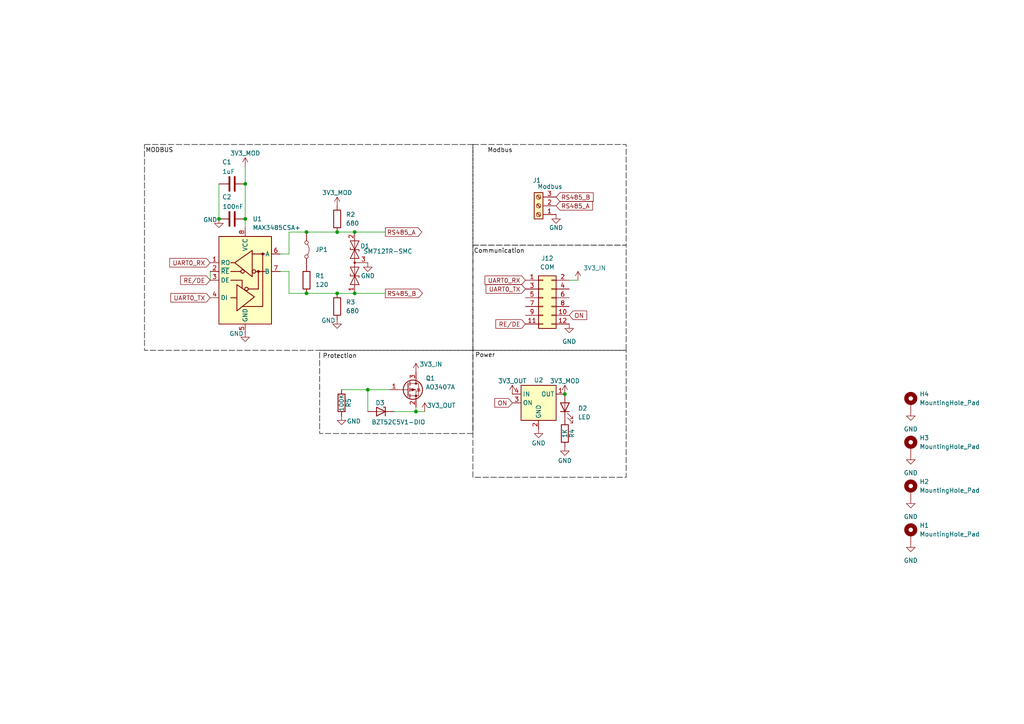
<source format=kicad_sch>
(kicad_sch (version 20250114) (generator "eeschema") (generator_version "9.0")
  (paper "A4")
  (title_block (title "Modbus_Board") (date "2025-10-26") (rev "1.0") (company "PKl"))
  (lib_symbols
    (symbol "Connector:Screw_Terminal_01x03" (pin_names (offset 1.016) (hide yes))
      (property "Reference" "J" (at 0 5.08 0))
      (property "Value" "Screw_Terminal_01x03" (at 0 -5.08 0))
      (symbol "Screw_Terminal_01x03_1_1"
        (rectangle (start -1.27 3.81) (end 1.27 -3.81) (stroke (width 0.254)) (fill (type background)))
        (polyline (pts (xy -0.5334 2.8702) (xy 0.3302 2.032)) (stroke (width 0.1524)))
        (polyline (pts (xy -0.5334 0.3302) (xy 0.3302 -0.508)) (stroke (width 0.1524)))
        (polyline (pts (xy -0.5334 -2.2098) (xy 0.3302 -3.048)) (stroke (width 0.1524)))
        (polyline (pts (xy -0.3556 3.048) (xy 0.508 2.2098)) (stroke (width 0.1524)))
        (polyline (pts (xy -0.3556 0.508) (xy 0.508 -0.3302)) (stroke (width 0.1524)))
        (polyline (pts (xy -0.3556 -2.032) (xy 0.508 -2.8702)) (stroke (width 0.1524)))
        (circle (center 0 2.54) (radius 0.635) (stroke (width 0.1524)))
        (circle (center 0 0) (radius 0.635) (stroke (width 0.1524)))
        (circle (center 0 -2.54) (radius 0.635) (stroke (width 0.1524)))
        (pin passive line (at -5.08 2.54 0) (length 3.81) (name "Pin_1") (number "1"))
        (pin passive line (at -5.08 0 0) (length 3.81) (name "Pin_2") (number "2"))
        (pin passive line (at -5.08 -2.54 0) (length 3.81) (name "Pin_3") (number "3"))
      )
    )
    (symbol "Connector_Generic:Conn_02x06_Odd_Even" (pin_names (offset 1.016) (hide yes))
      (property "Reference" "J" (at 1.27 7.62 0))
      (property "Value" "Conn_02x06_Odd_Even" (at 1.27 -10.16 0))
      (symbol "Conn_02x06_Odd_Even_1_1"
        (rectangle (start -1.27 6.35) (end 3.81 -8.89) (stroke (width 0.254)) (fill (type background)))
        (rectangle (start -1.27 5.207) (end 0 4.953) (stroke (width 0.1524)))
        (rectangle (start -1.27 2.667) (end 0 2.413) (stroke (width 0.1524)))
        (rectangle (start -1.27 0.127) (end 0 -0.127) (stroke (width 0.1524)))
        (rectangle (start -1.27 -2.413) (end 0 -2.667) (stroke (width 0.1524)))
        (rectangle (start -1.27 -4.953) (end 0 -5.207) (stroke (width 0.1524)))
        (rectangle (start -1.27 -7.493) (end 0 -7.747) (stroke (width 0.1524)))
        (rectangle (start 3.81 5.207) (end 2.54 4.953) (stroke (width 0.1524)))
        (rectangle (start 3.81 2.667) (end 2.54 2.413) (stroke (width 0.1524)))
        (rectangle (start 3.81 0.127) (end 2.54 -0.127) (stroke (width 0.1524)))
        (rectangle (start 3.81 -2.413) (end 2.54 -2.667) (stroke (width 0.1524)))
        (rectangle (start 3.81 -4.953) (end 2.54 -5.207) (stroke (width 0.1524)))
        (rectangle (start 3.81 -7.493) (end 2.54 -7.747) (stroke (width 0.1524)))
        (pin passive line (at -5.08 5.08 0) (length 3.81) (name "Pin_1") (number "1"))
        (pin passive line (at -5.08 2.54 0) (length 3.81) (name "Pin_3") (number "3"))
        (pin passive line (at -5.08 0 0) (length 3.81) (name "Pin_5") (number "5"))
        (pin passive line (at -5.08 -2.54 0) (length 3.81) (name "Pin_7") (number "7"))
        (pin passive line (at -5.08 -5.08 0) (length 3.81) (name "Pin_9") (number "9"))
        (pin passive line (at -5.08 -7.62 0) (length 3.81) (name "Pin_11") (number "11"))
        (pin passive line (at 7.62 5.08 180) (length 3.81) (name "Pin_2") (number "2"))
        (pin passive line (at 7.62 2.54 180) (length 3.81) (name "Pin_4") (number "4"))
        (pin passive line (at 7.62 0 180) (length 3.81) (name "Pin_6") (number "6"))
        (pin passive line (at 7.62 -2.54 180) (length 3.81) (name "Pin_8") (number "8"))
        (pin passive line (at 7.62 -5.08 180) (length 3.81) (name "Pin_10") (number "10"))
        (pin passive line (at 7.62 -7.62 180) (length 3.81) (name "Pin_12") (number "12"))
      )
    )
    (symbol "Device:C" (pin_numbers (hide yes)) (pin_names (offset 0.254))
      (property "Reference" "C" (at 0.635 2.54 0))
      (property "Value" "C" (at 0.635 -2.54 0))
      (symbol "C_0_1"
        (polyline (pts (xy -2.032 0.762) (xy 2.032 0.762)) (stroke (width 0.508)))
        (polyline (pts (xy -2.032 -0.762) (xy 2.032 -0.762)) (stroke (width 0.508)))
      )
      (symbol "C_1_1"
        (pin passive line (at 0 3.81 270) (length 2.794) (name "~") (number "1"))
        (pin passive line (at 0 -3.81 90) (length 2.794) (name "~") (number "2"))
      )
    )
    (symbol "Device:LED" (pin_numbers (hide yes)) (pin_names (offset 1.016) (hide yes))
      (property "Reference" "D" (at 0 2.54 0))
      (property "Value" "LED" (at 0 -2.54 0))
      (symbol "LED_0_1"
        (polyline (pts (xy -3.048 -0.762) (xy -4.572 -2.286) (xy -3.81 -2.286) (xy -4.572 -2.286) (xy -4.572 -1.524)))
        (polyline (pts (xy -1.778 -0.762) (xy -3.302 -2.286) (xy -2.54 -2.286) (xy -3.302 -2.286) (xy -3.302 -1.524)))
        (polyline (pts (xy -1.27 0) (xy 1.27 0)))
        (polyline (pts (xy -1.27 -1.27) (xy -1.27 1.27)) (stroke (width 0.254)))
        (polyline (pts (xy 1.27 -1.27) (xy 1.27 1.27) (xy -1.27 0) (xy 1.27 -1.27)) (stroke (width 0.254)))
      )
      (symbol "LED_1_1"
        (pin passive line (at -3.81 0 0) (length 2.54) (name "K") (number "1"))
        (pin passive line (at 3.81 0 180) (length 2.54) (name "A") (number "2"))
      )
    )
    (symbol "Device:R" (pin_numbers (hide yes)) (pin_names (offset 0))
      (property "Reference" "R" (at 2.032 0 90))
      (property "Value" "R" (at 0 0 90))
      (symbol "R_0_1"
        (rectangle (start -1.016 -2.54) (end 1.016 2.54) (stroke (width 0.254)))
      )
      (symbol "R_1_1"
        (pin passive line (at 0 3.81 270) (length 1.27) (name "~") (number "1"))
        (pin passive line (at 0 -3.81 90) (length 1.27) (name "~") (number "2"))
      )
    )
    (symbol "Diode:BZT52Bxx" (pin_numbers (hide yes)) (pin_names (hide yes))
      (property "Reference" "D" (at 0 2.54 0))
      (property "Value" "BZT52Bxx" (at 0 -2.54 0))
      (symbol "BZT52Bxx_0_1"
        (polyline (pts (xy -1.27 -1.27) (xy -1.27 1.27) (xy -0.762 1.27)) (stroke (width 0.254)))
        (polyline (pts (xy 1.27 0) (xy -1.27 0)))
        (polyline (pts (xy 1.27 -1.27) (xy 1.27 1.27) (xy -1.27 0) (xy 1.27 -1.27)) (stroke (width 0.254)))
      )
      (symbol "BZT52Bxx_1_1"
        (pin passive line (at -3.81 0 0) (length 2.54) (name "K") (number "1"))
        (pin passive line (at 3.81 0 180) (length 2.54) (name "A") (number "2"))
      )
    )
    (symbol "Diode:SM712_SOT23" (pin_names (offset 1.016) (hide yes))
      (property "Reference" "D" (at 0 4.445 0))
      (property "Value" "SM712_SOT23" (at 0 2.54 0))
      (symbol "SM712_SOT23_0_0"
        (polyline (pts (xy 0 -1.27) (xy 0 0)))
      )
      (symbol "SM712_SOT23_0_1"
        (polyline (pts (xy -6.35 0) (xy 6.35 0)))
        (polyline (pts (xy -6.35 -1.27) (xy -1.27 1.27) (xy -1.27 -1.27) (xy -6.35 1.27) (xy -6.35 -1.27)) (stroke (width 0.2032)))
        (polyline (pts (xy -3.302 1.27) (xy -3.81 1.27) (xy -3.81 -1.27) (xy -4.318 -1.27)) (stroke (width 0.2032)))
        (circle (center 0 0) (radius 0.254) (fill (type outline)))
        (polyline (pts (xy 1.27 -1.27) (xy 1.27 1.27) (xy 6.35 -1.27) (xy 6.35 1.27) (xy 1.27 -1.27)) (stroke (width 0.2032)))
        (polyline (pts (xy 4.318 1.27) (xy 3.81 1.27) (xy 3.81 -1.27) (xy 3.302 -1.27)) (stroke (width 0.2032)))
      )
      (symbol "SM712_SOT23_1_1"
        (pin passive line (at -8.89 0 0) (length 2.54) (name "A1") (number "1"))
        (pin input line (at 0 -3.81 90) (length 2.54) (name "common") (number "3"))
        (pin passive line (at 8.89 0 180) (length 2.54) (name "A2") (number "2"))
      )
    )
    (symbol "Interface_UART:MAX3485"
      (property "Reference" "U" (at -6.985 13.97 0))
      (property "Value" "MAX3485" (at 1.905 13.97 0))
      (symbol "MAX3485_0_1"
        (rectangle (start -7.62 12.7) (end 7.62 -12.7) (stroke (width 0.254)) (fill (type background)))
        (polyline (pts (xy -4.191 2.54) (xy -1.27 2.54)) (stroke (width 0.254)))
        (polyline (pts (xy -4.191 0) (xy -0.889 0) (xy -0.889 -2.286)) (stroke (width 0.254)))
        (polyline (pts (xy -3.175 5.08) (xy -4.191 5.08) (xy -4.064 5.08)) (stroke (width 0.254)))
        (polyline (pts (xy -2.54 -5.08) (xy -4.191 -5.08)) (stroke (width 0.254)))
        (polyline (pts (xy -2.413 -5.08) (xy -2.413 -1.27) (xy 2.667 -4.826) (xy -2.413 -8.89) (xy -2.413 -5.08)) (stroke (width 0.254)))
        (polyline (pts (xy -0.635 -7.62) (xy 5.08 -7.62)) (stroke (width 0.254)))
        (circle (center 0.381 -2.54) (radius 0.508) (stroke (width 0.254)))
        (polyline (pts (xy 0.889 -2.54) (xy 3.81 -2.54)) (stroke (width 0.254)))
        (polyline (pts (xy 2.032 7.62) (xy 5.715 7.62)) (stroke (width 0.254)))
        (polyline (pts (xy 3.048 2.54) (xy 5.715 2.54)) (stroke (width 0.254)))
        (circle (center 3.81 2.54) (radius 0.2794) (stroke (width 0.254)) (fill (type outline)))
        (polyline (pts (xy 3.81 -2.54) (xy 3.81 2.54)) (stroke (width 0.254)))
        (polyline (pts (xy 5.08 -7.62) (xy 5.08 7.62)) (stroke (width 0.254)))
      )
      (symbol "MAX3485_1_1"
        (circle (center -0.762 2.54) (radius 0.508) (stroke (width 0.254)))
        (polyline (pts (xy 2.032 4.826) (xy 2.032 8.636) (xy -3.048 5.08) (xy 2.032 1.016) (xy 2.032 4.826)) (stroke (width 0.254)))
        (circle (center 2.54 2.54) (radius 0.508) (stroke (width 0.254)))
        (circle (center 5.08 7.62) (radius 0.2794) (stroke (width 0.254)) (fill (type outline)))
        (pin output line (at -10.16 5.08 0) (length 2.54) (name "RO") (number "1"))
        (pin input line (at -10.16 2.54 0) (length 2.54) (name "~{RE}") (number "2"))
        (pin input line (at -10.16 0 0) (length 2.54) (name "DE") (number "3"))
        (pin input line (at -10.16 -5.08 0) (length 2.54) (name "DI") (number "4"))
        (pin power_in line (at 0 15.24 270) (length 2.54) (name "VCC") (number "8"))
        (pin power_in line (at 0 -15.24 90) (length 2.54) (name "GND") (number "5"))
        (pin bidirectional line (at 10.16 7.62 180) (length 2.54) (name "A") (number "6"))
        (pin bidirectional line (at 10.16 2.54 180) (length 2.54) (name "B") (number "7"))
      )
    )
    (symbol "Jumper:Jumper_2_Bridged" (pin_numbers (hide yes)) (pin_names (offset 0) (hide yes))
      (property "Reference" "JP" (at 0 1.905 0))
      (property "Value" "Jumper_2_Bridged" (at 0 -2.54 0))
      (symbol "Jumper_2_Bridged_0_0"
        (circle (center -2.032 0) (radius 0.508))
        (circle (center 2.032 0) (radius 0.508))
      )
      (symbol "Jumper_2_Bridged_0_1"
        (arc (start -1.524 0.254) (mid 0 0.762) (end 1.524 0.254))
      )
      (symbol "Jumper_2_Bridged_1_1"
        (pin passive line (at -5.08 0 0) (length 2.54) (name "A") (number "1"))
        (pin passive line (at 5.08 0 180) (length 2.54) (name "B") (number "2"))
      )
    )
    (symbol "Mechanical:MountingHole_Pad" (pin_numbers (hide yes)) (pin_names (offset 1.016) (hide yes)) (in_bom no)
      (property "Reference" "H" (at 0 6.35 0))
      (property "Value" "MountingHole_Pad" (at 0 4.445 0))
      (symbol "MountingHole_Pad_0_1"
        (circle (center 0 1.27) (radius 1.27) (stroke (width 1.27)))
      )
      (symbol "MountingHole_Pad_1_1"
        (pin input line (at 0 -2.54 90) (length 2.54) (name "1") (number "1"))
      )
    )
    (symbol "Power_Management:SiP32431DR3"
      (property "Reference" "U" (at 0 8.89 0))
      (property "Value" "SiP32431DR3" (at 0 6.35 0))
      (symbol "SiP32431DR3_0_1"
        (rectangle (start -5.08 5.08) (end 5.08 -5.08) (stroke (width 0.254)) (fill (type background)))
      )
      (symbol "SiP32431DR3_1_1"
        (pin passive line (at -7.62 2.54 0) (length 2.54) (name "IN") (number "4"))
        (pin input line (at -7.62 0 0) (length 2.54) (name "ON") (number "3"))
        (pin power_in line (at 0 -7.62 90) (length 2.54) (name "GND") (number "2"))
        (pin passive line (at 0 -7.62 90) (length 2.54) (hide yes) (name "GND") (number "5"))
        (pin no_connect line (at 5.08 0 180) (length 2.54) (hide yes) (name "NC") (number "6"))
        (pin passive line (at 7.62 2.54 180) (length 2.54) (name "OUT") (number "1"))
      )
    )
    (symbol "Transistor_FET:AO3401A" (pin_names (hide yes))
      (property "Reference" "Q" (at 5.08 1.905 0))
      (property "Value" "AO3401A" (at 5.08 0 0))
      (symbol "AO3401A_0_1"
        (polyline (pts (xy 0.254 1.905) (xy 0.254 -1.905)) (stroke (width 0.254)))
        (polyline (pts (xy 0.254 0) (xy -2.54 0)))
        (polyline (pts (xy 0.762 2.286) (xy 0.762 1.27)) (stroke (width 0.254)))
        (polyline (pts (xy 0.762 1.778) (xy 3.302 1.778) (xy 3.302 -1.778) (xy 0.762 -1.778)))
        (polyline (pts (xy 0.762 0.508) (xy 0.762 -0.508)) (stroke (width 0.254)))
        (polyline (pts (xy 0.762 -1.27) (xy 0.762 -2.286)) (stroke (width 0.254)))
        (circle (center 1.651 0) (radius 2.794) (stroke (width 0.254)))
        (polyline (pts (xy 2.286 0) (xy 1.27 0.381) (xy 1.27 -0.381) (xy 2.286 0)) (fill (type outline)))
        (polyline (pts (xy 2.54 2.54) (xy 2.54 1.778)))
        (circle (center 2.54 1.778) (radius 0.254) (fill (type outline)))
        (circle (center 2.54 -1.778) (radius 0.254) (fill (type outline)))
        (polyline (pts (xy 2.54 -2.54) (xy 2.54 0) (xy 0.762 0)))
        (polyline (pts (xy 2.794 -0.508) (xy 2.921 -0.381) (xy 3.683 -0.381) (xy 3.81 -0.254)))
        (polyline (pts (xy 3.302 -0.381) (xy 2.921 0.254) (xy 3.683 0.254) (xy 3.302 -0.381)))
      )
      (symbol "AO3401A_1_1"
        (pin input line (at -5.08 0 0) (length 2.54) (name "G") (number "1"))
        (pin passive line (at 2.54 5.08 270) (length 2.54) (name "D") (number "3"))
        (pin passive line (at 2.54 -5.08 90) (length 2.54) (name "S") (number "2"))
      )
    )
    (symbol "power:+3.3V" (power) (pin_numbers (hide yes)) (pin_names (offset 0) (hide yes))
      (property "Value" "+3.3V" (at 0 3.556 0))
      (symbol "+3.3V_0_1"
        (polyline (pts (xy -0.762 1.27) (xy 0 2.54)))
        (polyline (pts (xy 0 2.54) (xy 0.762 1.27)))
        (polyline (pts (xy 0 0) (xy 0 2.54)))
      )
      (symbol "+3.3V_1_1"
        (pin power_in line (at 0 0 90) (length 0) (name "~") (number "1"))
      )
    )
    (symbol "power:GND" (power) (pin_numbers (hide yes)) (pin_names (offset 0) (hide yes))
      (property "Value" "GND" (at 0 -3.81 0))
      (symbol "GND_0_1"
        (polyline (pts (xy 0 0) (xy 0 -1.27) (xy 1.27 -1.27) (xy 0 -2.54) (xy -1.27 -1.27) (xy 0 -1.27)))
      )
      (symbol "GND_1_1"
        (pin power_in line (at 0 0 270) (length 0) (name "~") (number "1"))
      )
    )
  )
  (rectangle (start 137.16 71.12) (end 181.61 101.6) (stroke (width 0) (type dash) (color 0 0 0 1)))
  (rectangle (start 137.16 41.91) (end 181.61 71.12) (stroke (width 0) (type dash) (color 0 0 0 1)))
  (rectangle (start 92.71 101.6) (end 137.16 125.73) (stroke (width 0) (type dash) (color 0 0 0 1)))
  (rectangle (start 137.16 101.6) (end 181.61 138.43) (stroke (width 0) (type dash) (color 0 0 0 1)))
  (rectangle (start 41.91 41.91) (end 137.16 101.6) (stroke (width 0) (type dash) (color 0 0 0 1)))
  (text "MODBUS" (at 46.228 43.688 0) (effects (font (size 1.27 1.27))))
  (text "Power" (at 140.716 103.124 0) (effects (font (size 1.27 1.27))))
  (text "Protection" (at 98.552 103.378 0) (effects (font (size 1.27 1.27))))
  (text "Modbus" (at 145.034 43.688 0) (effects (font (size 1.27 1.27))))
  (text "Communication" (at 144.78 72.898 0) (effects (font (size 1.27 1.27))))
  (junction (at 97.79 85.09))
  (junction (at 71.12 53.34))
  (junction (at 106.68 113.03))
  (junction (at 97.79 67.31))
  (junction (at 63.5 63.5))
  (junction (at 88.9 85.09))
  (junction (at 120.65 119.38))
  (junction (at 88.9 67.31))
  (junction (at 71.12 63.5))
  (junction (at 102.87 67.31))
  (junction (at 102.87 85.09))
  (junction (at 163.83 114.3))
  (wire (pts (xy 83.82 67.31) (xy 88.9 67.31)))
  (wire (pts (xy 102.87 85.09) (xy 111.76 85.09)))
  (wire (pts (xy 97.79 85.09) (xy 102.87 85.09)))
  (wire (pts (xy 106.68 113.03) (xy 106.68 119.38)))
  (wire (pts (xy 83.82 78.74) (xy 83.82 85.09)))
  (wire (pts (xy 88.9 85.09) (xy 97.79 85.09)))
  (wire (pts (xy 60.96 78.74) (xy 60.96 81.28)))
  (wire (pts (xy 114.3 119.38) (xy 120.65 119.38)))
  (wire (pts (xy 167.64 81.28) (xy 165.1 81.28)))
  (wire (pts (xy 106.68 113.03) (xy 113.03 113.03)))
  (wire (pts (xy 71.12 48.26) (xy 71.12 53.34)))
  (wire (pts (xy 97.79 67.31) (xy 102.87 67.31)))
  (wire (pts (xy 120.65 119.38) (xy 123.19 119.38)))
  (wire (pts (xy 71.12 53.34) (xy 71.12 63.5)))
  (wire (pts (xy 102.87 67.31) (xy 111.76 67.31)))
  (wire (pts (xy 120.65 118.11) (xy 120.65 119.38)))
  (wire (pts (xy 99.06 113.03) (xy 106.68 113.03)))
  (wire (pts (xy 81.28 73.66) (xy 83.82 73.66)))
  (wire (pts (xy 88.9 67.31) (xy 97.79 67.31)))
  (wire (pts (xy 63.5 53.34) (xy 63.5 63.5)))
  (wire (pts (xy 83.82 73.66) (xy 83.82 67.31)))
  (wire (pts (xy 81.28 78.74) (xy 83.82 78.74)))
  (wire (pts (xy 71.12 63.5) (xy 71.12 66.04)))
  (wire (pts (xy 83.82 85.09) (xy 88.9 85.09)))
  (global_label "ON" (shape input) (at 165.1 91.44 0) (property "Intersheetrefs" "${INTERSHEET_REFS}" (effects (hide yes))))
  (global_label "UART0_RX" (shape input) (at 152.4 81.28 180) (property "Intersheetrefs" "${INTERSHEET_REFS}" (effects (hide yes))))
  (global_label "UART0_TX" (shape input) (at 152.4 83.82 180) (property "Intersheetrefs" "${INTERSHEET_REFS}" (effects (hide yes))))
  (global_label "RE{slash}DE" (shape input) (at 152.4 93.98 180) (property "Intersheetrefs" "${INTERSHEET_REFS}" (effects (hide yes))))
  (global_label "ON" (shape input) (at 148.59 116.84 180) (property "Intersheetrefs" "${INTERSHEET_REFS}" (effects (hide yes))))
  (global_label "UART0_RX" (shape input) (at 60.96 76.2 180) (property "Intersheetrefs" "${INTERSHEET_REFS}" (effects (hide yes))))
  (global_label "RS485_B" (shape output) (at 111.76 85.09 0) (property "Intersheetrefs" "${INTERSHEET_REFS}" (effects (hide yes))))
  (global_label "RS485_A" (shape output) (at 111.76 67.31 0) (property "Intersheetrefs" "${INTERSHEET_REFS}" (effects (hide yes))))
  (global_label "RS485_A" (shape input) (at 161.29 59.69 0) (property "Intersheetrefs" "${INTERSHEET_REFS}" (effects (hide yes))))
  (global_label "RE{slash}DE" (shape input) (at 60.96 81.28 180) (property "Intersheetrefs" "${INTERSHEET_REFS}" (effects (hide yes))))
  (global_label "RS485_B" (shape input) (at 161.29 57.15 0) (property "Intersheetrefs" "${INTERSHEET_REFS}" (effects (hide yes))))
  (global_label "UART0_TX" (shape input) (at 60.96 86.36 180) (property "Intersheetrefs" "${INTERSHEET_REFS}" (effects (hide yes))))
  (symbol (lib_id "power:GND") (at 163.83 129.54 0) (unit 1)
    (property "Reference" "#PWR0127" (effects (hide yes)))
    (property "Value" "GND" (at 163.83 133.604 0))
    (property "Description" "Power symbol creates a global label with name \"GND\" , ground" (effects (hide yes)))
  )
  (symbol (lib_id "Connector_Generic:Conn_02x06_Odd_Even") (at 157.48 86.36 0) (unit 1)
    (property "Reference" "J12" (at 158.75 74.93 0))
    (property "Value" "COM" (at 158.75 77.47 0))
    (property "Footprint" "Connector_PinHeader_2.54mm:PinHeader_2x06_P2.54mm_Vertical" (effects (hide yes)))
    (property "Description" "Generic connector, double row, 02x06, odd/even pin numbering scheme (row 1 odd numbers, row 2 even numbers), script generated (kicad-library-utils/schlib/autogen/connector/)" (effects (hide yes)))
  )
  (symbol (lib_id "power:+3.3V") (at 71.12 48.26 0) (unit 1)
    (property "Reference" "#PWR041" (effects (hide yes)))
    (property "Value" "3V3_MOD" (at 71.12 44.45 0))
    (property "Description" "Power symbol creates a global label with name \"+3.3V\"" (effects (hide yes)))
  )
  (symbol (lib_id "power:GND") (at 264.16 144.78 0) (unit 1)
    (property "Reference" "#PWR077" (effects (hide yes)))
    (property "Value" "GND" (at 264.16 149.86 0))
    (property "Description" "Power symbol creates a global label with name \"GND\" , ground" (effects (hide yes)))
  )
  (symbol (lib_id "Diode:BZT52Bxx") (at 110.49 119.38 0) (mirror y) (unit 1)
    (property "Reference" "D3" (at 110.236 116.84 0))
    (property "Value" "BZT52C5V1-DIO" (at 115.57 122.428 0))
    (property "Footprint" "Diode_SMD:D_SOD-123F" (effects (hide yes)))
    (property "Datasheet" "https://diotec.com/tl_files/diotec/files/pdf/datasheets/bzt52b2v4.pdf" (effects (hide yes)))
    (property "Description" "500mW Zener Diode, SOD-123F" (effects (hide yes)))
  )
  (symbol (lib_id "Device:R") (at 99.06 116.84 180) (unit 1)
    (property "Reference" "R5" (at 101.092 116.84 90))
    (property "Value" "100K" (at 99.06 116.84 90))
    (property "Footprint" "Resistor_SMD:R_0805_2012Metric" (effects (hide yes)))
    (property "Description" "Resistor" (effects (hide yes)))
  )
  (symbol (lib_id "power:+3.3V") (at 120.65 107.95 0) (unit 1)
    (property "Reference" "#PWR0101" (effects (hide yes)))
    (property "Value" "3V3_IN" (at 124.968 105.664 0))
    (property "Description" "Power symbol creates a global label with name \"+3.3V\"" (effects (hide yes)))
  )
  (symbol (lib_id "Mechanical:MountingHole_Pad") (at 264.16 116.84 0) (unit 1) (in_bom no)
    (property "Reference" "H4" (at 266.7 114.2999 0) (effects (justify left)))
    (property "Value" "MountingHole_Pad" (at 266.7 116.8399 0) (effects (justify left)))
    (property "Footprint" "MountingHole:MountingHole_3.2mm_M3_DIN965_Pad" (effects (hide yes)))
    (property "Description" "Mounting Hole with connection" (effects (hide yes)))
  )
  (symbol (lib_id "Mechanical:MountingHole_Pad") (at 264.16 129.54 0) (unit 1) (in_bom no)
    (property "Reference" "H3" (at 266.7 126.9999 0) (effects (justify left)))
    (property "Value" "MountingHole_Pad" (at 266.7 129.5399 0) (effects (justify left)))
    (property "Footprint" "MountingHole:MountingHole_3.2mm_M3_DIN965_Pad" (effects (hide yes)))
    (property "Description" "Mounting Hole with connection" (effects (hide yes)))
  )
  (symbol (lib_id "power:GND") (at 97.79 92.71 0) (unit 1)
    (property "Reference" "#PWR047" (effects (hide yes)))
    (property "Value" "GND" (at 95.25 92.964 0))
    (property "Description" "Power symbol creates a global label with name \"GND\" , ground" (effects (hide yes)))
  )
  (symbol (lib_id "power:GND") (at 264.16 157.48 0) (unit 1)
    (property "Reference" "#PWR078" (effects (hide yes)))
    (property "Value" "GND" (at 264.16 162.56 0))
    (property "Description" "Power symbol creates a global label with name \"GND\" , ground" (effects (hide yes)))
  )
  (symbol (lib_id "Device:LED") (at 163.83 118.11 90) (unit 1)
    (property "Reference" "D2" (at 167.64 118.4274 90) (effects (justify right)))
    (property "Value" "LED" (at 167.64 120.9674 90) (effects (justify right)))
    (property "Footprint" "LED_SMD:LED_0805_2012Metric" (effects (hide yes)))
    (property "Description" "Light emitting diode" (effects (hide yes)))
    (property "Sim.Pins" "1=K 2=A" (effects (hide yes)))
  )
  (symbol (lib_id "power:GND") (at 264.16 119.38 0) (unit 1)
    (property "Reference" "#PWR0132" (effects (hide yes)))
    (property "Value" "GND" (at 264.16 124.46 0))
    (property "Description" "Power symbol creates a global label with name \"GND\" , ground" (effects (hide yes)))
  )
  (symbol (lib_id "Jumper:Jumper_2_Bridged") (at 88.9 72.39 270) (unit 1)
    (property "Reference" "JP1" (at 91.44 72.3899 90) (effects (justify left)))
    (property "Value" "Jumper_2_Bridged" (effects (hide yes)))
    (property "Footprint" "Connector_PinHeader_2.54mm:PinHeader_1x02_P2.54mm_Vertical" (effects (hide yes)))
    (property "Description" "Jumper, 2-pole, closed/bridged" (effects (hide yes)))
  )
  (symbol (lib_id "power:GND") (at 106.68 76.2 0) (unit 1)
    (property "Reference" "#PWR045" (effects (hide yes)))
    (property "Value" "GND" (at 106.68 80.01 0))
    (property "Description" "Power symbol creates a global label with name \"GND\" , ground" (effects (hide yes)))
  )
  (symbol (lib_id "power:+3.3V") (at 167.64 81.28 0) (unit 1)
    (property "Reference" "#PWR03" (effects (hide yes)))
    (property "Value" "3V3_IN" (at 172.466 77.724 0))
    (property "Description" "Power symbol creates a global label with name \"+3.3V\"" (effects (hide yes)))
  )
  (symbol (lib_id "Mechanical:MountingHole_Pad") (at 264.16 142.24 0) (unit 1) (in_bom no)
    (property "Reference" "H2" (at 266.7 139.6999 0) (effects (justify left)))
    (property "Value" "MountingHole_Pad" (at 266.7 142.2399 0) (effects (justify left)))
    (property "Footprint" "MountingHole:MountingHole_3.2mm_M3_DIN965_Pad" (effects (hide yes)))
    (property "Description" "Mounting Hole with connection" (effects (hide yes)))
  )
  (symbol (lib_id "Diode:SM712_SOT23") (at 102.87 76.2 90) (unit 1)
    (property "Reference" "D1" (at 107.188 71.374 90) (effects (justify left)))
    (property "Value" "SM712TR-SMC" (at 119.634 72.898 90) (effects (justify left)))
    (property "Footprint" "Package_TO_SOT_SMD:SOT-23" (effects (hide yes)))
    (property "Datasheet" "https://www.littelfuse.com/~/media/electronics/datasheets/tvs_diode_arrays/littelfuse_tvs_diode_array_sm712_datasheet.pdf.pdf" (effects (hide yes)))
    (property "Description" "7V/12V, 600W Asymmetrical TVS Diode Array, SOT-23" (effects (hide yes)))
  )
  (symbol (lib_id "Transistor_FET:AO3401A") (at 118.11 113.03 0) (unit 1)
    (property "Reference" "Q1" (at 123.444 109.728 0) (effects (justify left)))
    (property "Value" "AO3407A" (at 123.444 112.268 0) (effects (justify left)))
    (property "Footprint" "Package_TO_SOT_SMD:SOT-23" (effects (hide yes)))
    (property "Datasheet" "http://www.aosmd.com/pdfs/datasheet/AO3401A.pdf" (effects (hide yes)))
    (property "Description" "-4.0A Id, -30V Vds, P-Channel MOSFET, SOT-23" (effects (hide yes)))
  )
  (symbol (lib_id "Device:C") (at 67.31 53.34 270) (unit 1)
    (property "Reference" "C1" (at 65.786 46.99 90))
    (property "Value" "1uF" (at 66.294 49.784 90))
    (property "Footprint" "Capacitor_SMD:C_0603_1608Metric" (effects (hide yes)))
    (property "Description" "Unpolarized capacitor" (effects (hide yes)))
  )
  (symbol (lib_id "power:GND") (at 156.21 124.46 0) (unit 1)
    (property "Reference" "#PWR0118" (effects (hide yes)))
    (property "Value" "GND" (at 156.21 128.524 0))
    (property "Description" "Power symbol creates a global label with name \"GND\" , ground" (effects (hide yes)))
  )
  (symbol (lib_id "power:GND") (at 63.5 63.5 0) (unit 1)
    (property "Reference" "#PWR042" (effects (hide yes)))
    (property "Value" "GND" (at 60.96 63.754 0))
    (property "Description" "Power symbol creates a global label with name \"GND\" , ground" (effects (hide yes)))
  )
  (symbol (lib_id "power:GND") (at 264.16 132.08 0) (unit 1)
    (property "Reference" "#PWR0131" (effects (hide yes)))
    (property "Value" "GND" (at 264.16 137.16 0))
    (property "Description" "Power symbol creates a global label with name \"GND\" , ground" (effects (hide yes)))
  )
  (symbol (lib_id "power:GND") (at 71.12 96.52 0) (unit 1)
    (property "Reference" "#PWR043" (effects (hide yes)))
    (property "Value" "GND" (at 68.58 96.774 0))
    (property "Description" "Power symbol creates a global label with name \"GND\" , ground" (effects (hide yes)))
  )
  (symbol (lib_id "Device:C") (at 67.31 63.5 270) (unit 1)
    (property "Reference" "C2" (at 65.786 57.15 90))
    (property "Value" "100nF" (at 67.564 59.944 90))
    (property "Footprint" "Capacitor_SMD:C_0805_2012Metric" (effects (hide yes)))
    (property "Description" "Unpolarized capacitor" (effects (hide yes)))
  )
  (symbol (lib_id "Power_Management:SiP32431DR3") (at 156.21 116.84 0) (unit 1)
    (property "Reference" "U2" (at 156.21 110.236 0))
    (property "Value" "SIP32431DR3-T1GE3" (effects (hide yes)))
    (property "Footprint" "Package_TO_SOT_SMD:SOT-363_SC-70-6" (effects (hide yes)))
    (property "Datasheet" "http://www.vishay.com.hk/docs/66597/sip32431.pdf" (effects (hide yes)))
    (property "Description" "10 pA, Ultra Low Leakage and Quiescent Current, Load Switch with Reverse Blocking, High Enable, SC-70-6" (effects (hide yes)))
  )
  (symbol (lib_id "power:+3.3V") (at 97.79 59.69 0) (unit 1)
    (property "Reference" "#PWR049" (effects (hide yes)))
    (property "Value" "3V3_MOD" (at 97.79 55.88 0))
    (property "Description" "Power symbol creates a global label with name \"+3.3V\"" (effects (hide yes)))
  )
  (symbol (lib_id "Mechanical:MountingHole_Pad") (at 264.16 154.94 0) (unit 1) (in_bom no)
    (property "Reference" "H1" (at 266.7 152.3999 0) (effects (justify left)))
    (property "Value" "MountingHole_Pad" (at 266.7 154.9399 0) (effects (justify left)))
    (property "Footprint" "MountingHole:MountingHole_3.2mm_M3_DIN965_Pad" (effects (hide yes)))
    (property "Description" "Mounting Hole with connection" (effects (hide yes)))
  )
  (symbol (lib_id "power:GND") (at 165.1 93.98 0) (unit 1)
    (property "Reference" "#PWR04" (effects (hide yes)))
    (property "Value" "GND" (at 165.1 99.06 0))
    (property "Description" "Power symbol creates a global label with name \"GND\" , ground" (effects (hide yes)))
  )
  (symbol (lib_id "Interface_UART:MAX3485") (at 71.12 81.28 0) (unit 1)
    (property "Reference" "U1" (at 73.2633 63.5 0) (effects (justify left)))
    (property "Value" "MAX3485CSA+" (at 73.2633 66.04 0) (effects (justify left)))
    (property "Footprint" "Package_SO:SOIC-8_3.9x4.9mm_P1.27mm" (effects (hide yes)))
    (property "Datasheet" "https://datasheets.maximintegrated.com/en/ds/MAX3483-MAX3491.pdf" (effects (hide yes)))
    (property "Description" "True RS-485/RS-422, 10Mbps, Slew-Rate Limited, with low-power shutdown, with receiver/driver enable, 32 receiver drive capacitity, DIP-8 and SOIC-8" (effects (hide yes)))
    (property "Sim.Library" ".\\" (effects (hide yes)))
  )
  (symbol (lib_id "Device:R") (at 88.9 81.28 0) (unit 1)
    (property "Reference" "R1" (at 91.44 80.0099 0) (effects (justify left)))
    (property "Value" "120" (at 91.44 82.5499 0) (effects (justify left)))
    (property "Footprint" "Resistor_SMD:R_0805_2012Metric" (effects (hide yes)))
    (property "Description" "Resistor" (effects (hide yes)))
  )
  (symbol (lib_id "Connector:Screw_Terminal_01x03") (at 156.21 59.69 180) (unit 1)
    (property "Reference" "J1" (at 155.702 52.324 0))
    (property "Value" "Modbus" (at 159.512 54.102 0))
    (property "Footprint" "TerminalBlock_Phoenix:TerminalBlock_Phoenix_MKDS-1,5-3_1x03_P5.00mm_Horizontal" (effects (hide yes)))
    (property "Description" "Generic screw terminal, single row, 01x03, script generated (kicad-library-utils/schlib/autogen/connector/)" (effects (hide yes)))
  )
  (symbol (lib_id "Device:R") (at 163.83 125.73 180) (unit 1)
    (property "Reference" "R4" (at 165.862 125.73 90))
    (property "Value" "1K" (at 163.83 125.73 90))
    (property "Footprint" "Resistor_SMD:R_0805_2012Metric" (effects (hide yes)))
    (property "Description" "Resistor" (effects (hide yes)))
  )
  (symbol (lib_id "power:+3.3V") (at 123.19 119.38 0) (unit 1)
    (property "Reference" "#PWR0102" (effects (hide yes)))
    (property "Value" "3V3_OUT" (at 128.016 117.602 0))
    (property "Description" "Power symbol creates a global label with name \"+3.3V\"" (effects (hide yes)))
  )
  (symbol (lib_id "power:+3.3V") (at 163.83 114.3 0) (unit 1)
    (property "Reference" "#PWR0113" (effects (hide yes)))
    (property "Value" "3V3_MOD" (at 163.83 110.49 0))
    (property "Description" "Power symbol creates a global label with name \"+3.3V\"" (effects (hide yes)))
  )
  (symbol (lib_id "Device:R") (at 97.79 88.9 0) (unit 1)
    (property "Reference" "R3" (at 100.33 87.6299 0) (effects (justify left)))
    (property "Value" "680" (at 100.33 90.1699 0) (effects (justify left)))
    (property "Footprint" "Resistor_SMD:R_0805_2012Metric" (effects (hide yes)))
    (property "Description" "Resistor" (effects (hide yes)))
  )
  (symbol (lib_id "power:GND") (at 161.29 62.23 0) (unit 1)
    (property "Reference" "#PWR050" (effects (hide yes)))
    (property "Value" "GND" (at 161.29 66.04 0))
    (property "Description" "Power symbol creates a global label with name \"GND\" , ground" (effects (hide yes)))
  )
  (symbol (lib_id "power:+3.3V") (at 148.59 114.3 0) (unit 1)
    (property "Reference" "#PWR0105" (effects (hide yes)))
    (property "Value" "3V3_OUT" (at 148.59 110.49 0))
    (property "Description" "Power symbol creates a global label with name \"+3.3V\"" (effects (hide yes)))
  )
  (symbol (lib_id "Device:R") (at 97.79 63.5 0) (unit 1)
    (property "Reference" "R2" (at 100.33 62.2299 0) (effects (justify left)))
    (property "Value" "680" (at 100.33 64.7699 0) (effects (justify left)))
    (property "Footprint" "Resistor_SMD:R_0805_2012Metric" (effects (hide yes)))
    (property "Description" "Resistor" (effects (hide yes)))
  )
  (symbol (lib_id "power:GND") (at 99.06 120.65 0) (unit 1)
    (property "Reference" "#PWR081" (effects (hide yes)))
    (property "Value" "GND" (at 102.616 122.174 0))
    (property "Description" "Power symbol creates a global label with name \"GND\" , ground" (effects (hide yes)))
  )
)
</source>
